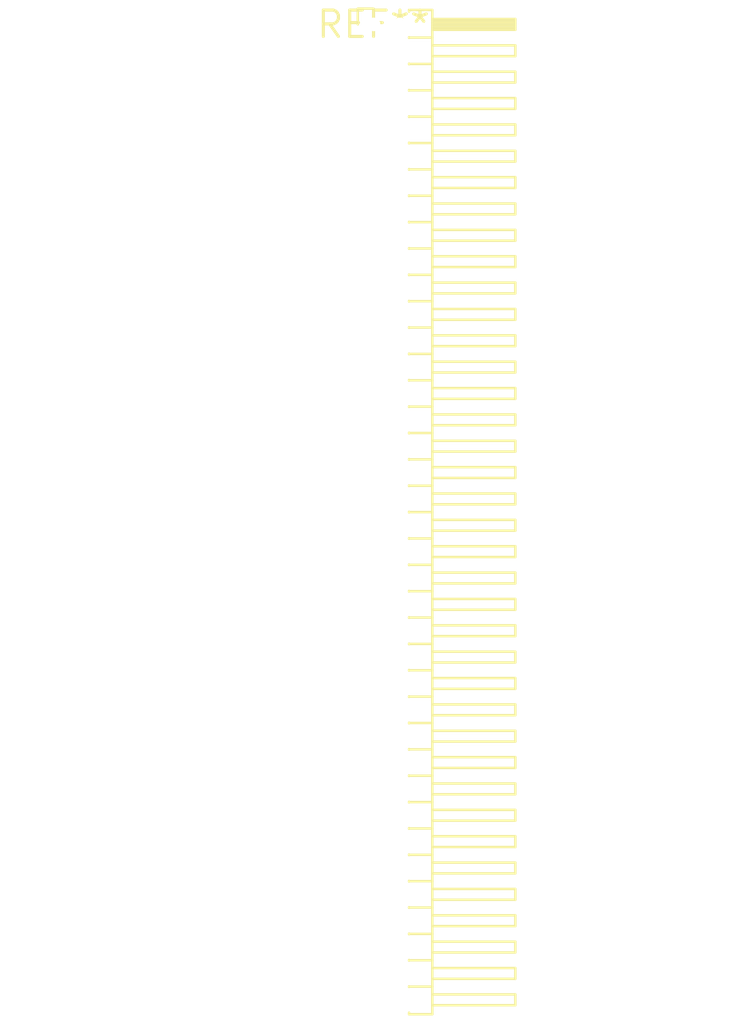
<source format=kicad_pcb>
(kicad_pcb (version 20240108) (generator pcbnew)
  (layers (0 "F.Cu" signal) (31 "B.Cu" signal) (34 "B.Paste" user) (35 "F.Paste" user) (36 "B.SilkS" user "B.Silkscreen") (37 "F.SilkS" user "F.Silkscreen") (38 "B.Mask" user) (39 "F.Mask" user) (44 "Edge.Cuts" user))
  (net 0 "")
  (footprint "PinHeader_2x38_P1.27mm_Horizontal" (layer "F.Cu") (at 0 0)
    (property "Reference" "REF**")
    (property "Value" "PinHeader_2x38_P1.27mm_Horizontal")
    (fp_line (start -0.76 -0.76) (end 0 -0.76) (layer "F.SilkS") (stroke (width 0.12)))
    (fp_line (start -0.76 0) (end -0.76 -0.76) (layer "F.SilkS") (stroke (width 0.12)))
    (fp_line (start 1.71 -0.695) (end 2.83 -0.695) (layer "F.SilkS") (stroke (width 0.12)))
    (fp_line (start 1.71 -0.619677) (end 1.71 -0.695) (layer "F.SilkS") (stroke (width 0.12)))
    (fp_line (start 1.71 0.619677) (end 1.71 0.650323) (layer "F.SilkS") (stroke (width 0.12)))
    (fp_line (start 1.71 0.635) (end 2.83 0.635) (layer "F.SilkS") (stroke (width 0.12)))
    (fp_line (start 1.71 1.889677) (end 1.71 1.920323) (layer "F.SilkS") (stroke (width 0.12)))
    (fp_line (start 1.71 1.905) (end 2.83 1.905) (layer "F.SilkS") (stroke (width 0.12)))
    (fp_line (start 1.71 3.159677) (end 1.71 3.190323) (layer "F.SilkS") (stroke (width 0.12)))
    (fp_line (start 1.71 3.175) (end 2.83 3.175) (layer "F.SilkS") (stroke (width 0.12)))
    (fp_line (start 1.71 4.429677) (end 1.71 4.460323) (layer "F.SilkS") (stroke (width 0.12)))
    (fp_line (start 1.71 4.445) (end 2.83 4.445) (layer "F.SilkS") (stroke (width 0.12)))
    (fp_line (start 1.71 5.699677) (end 1.71 5.730323) (layer "F.SilkS") (stroke (width 0.12)))
    (fp_line (start 1.71 5.715) (end 2.83 5.715) (layer "F.SilkS") (stroke (width 0.12)))
    (fp_line (start 1.71 6.969677) (end 1.71 7.000323) (layer "F.SilkS") (stroke (width 0.12)))
    (fp_line (start 1.71 6.985) (end 2.83 6.985) (layer "F.SilkS") (stroke (width 0.12)))
    (fp_line (start 1.71 8.239677) (end 1.71 8.270323) (layer "F.SilkS") (stroke (width 0.12)))
    (fp_line (start 1.71 8.255) (end 2.83 8.255) (layer "F.SilkS") (stroke (width 0.12)))
    (fp_line (start 1.71 9.509677) (end 1.71 9.540323) (layer "F.SilkS") (stroke (width 0.12)))
    (fp_line (start 1.71 9.525) (end 2.83 9.525) (layer "F.SilkS") (stroke (width 0.12)))
    (fp_line (start 1.71 10.779677) (end 1.71 10.810323) (layer "F.SilkS") (stroke (width 0.12)))
    (fp_line (start 1.71 10.795) (end 2.83 10.795) (layer "F.SilkS") (stroke (width 0.12)))
    (fp_line (start 1.71 12.049677) (end 1.71 12.080323) (layer "F.SilkS") (stroke (width 0.12)))
    (fp_line (start 1.71 12.065) (end 2.83 12.065) (layer "F.SilkS") (stroke (width 0.12)))
    (fp_line (start 1.71 13.319677) (end 1.71 13.350323) (layer "F.SilkS") (stroke (width 0.12)))
    (fp_line (start 1.71 13.335) (end 2.83 13.335) (layer "F.SilkS") (stroke (width 0.12)))
    (fp_line (start 1.71 14.589677) (end 1.71 14.620323) (layer "F.SilkS") (stroke (width 0.12)))
    (fp_line (start 1.71 14.605) (end 2.83 14.605) (layer "F.SilkS") (stroke (width 0.12)))
    (fp_line (start 1.71 15.859677) (end 1.71 15.890323) (layer "F.SilkS") (stroke (width 0.12)))
    (fp_line (start 1.71 15.875) (end 2.83 15.875) (layer "F.SilkS") (stroke (width 0.12)))
    (fp_line (start 1.71 17.129677) (end 1.71 17.160323) (layer "F.SilkS") (stroke (width 0.12)))
    (fp_line (start 1.71 17.145) (end 2.83 17.145) (layer "F.SilkS") (stroke (width 0.12)))
    (fp_line (start 1.71 18.399677) (end 1.71 18.430323) (layer "F.SilkS") (stroke (width 0.12)))
    (fp_line (start 1.71 18.415) (end 2.83 18.415) (layer "F.SilkS") (stroke (width 0.12)))
    (fp_line (start 1.71 19.669677) (end 1.71 19.700323) (layer "F.SilkS") (stroke (width 0.12)))
    (fp_line (start 1.71 19.685) (end 2.83 19.685) (layer "F.SilkS") (stroke (width 0.12)))
    (fp_line (start 1.71 20.939677) (end 1.71 20.970323) (layer "F.SilkS") (stroke (width 0.12)))
    (fp_line (start 1.71 20.955) (end 2.83 20.955) (layer "F.SilkS") (stroke (width 0.12)))
    (fp_line (start 1.71 22.209677) (end 1.71 22.240323) (layer "F.SilkS") (stroke (width 0.12)))
    (fp_line (start 1.71 22.225) (end 2.83 22.225) (layer "F.SilkS") (stroke (width 0.12)))
    (fp_line (start 1.71 23.479677) (end 1.71 23.510323) (layer "F.SilkS") (stroke (width 0.12)))
    (fp_line (start 1.71 23.495) (end 2.83 23.495) (layer "F.SilkS") (stroke (width 0.12)))
    (fp_line (start 1.71 24.749677) (end 1.71 24.780323) (layer "F.SilkS") (stroke (width 0.12)))
    (fp_line (start 1.71 24.765) (end 2.83 24.765) (layer "F.SilkS") (stroke (width 0.12)))
    (fp_line (start 1.71 26.019677) (end 1.71 26.050323) (layer "F.SilkS") (stroke (width 0.12)))
    (fp_line (start 1.71 26.035) (end 2.83 26.035) (layer "F.SilkS") (stroke (width 0.12)))
    (fp_line (start 1.71 27.289677) (end 1.71 27.320323) (layer "F.SilkS") (stroke (width 0.12)))
    (fp_line (start 1.71 27.305) (end 2.83 27.305) (layer "F.SilkS") (stroke (width 0.12)))
    (fp_line (start 1.71 28.559677) (end 1.71 28.590323) (layer "F.SilkS") (stroke (width 0.12)))
    (fp_line (start 1.71 28.575) (end 2.83 28.575) (layer "F.SilkS") (stroke (width 0.12)))
    (fp_line (start 1.71 29.829677) (end 1.71 29.860323) (layer "F.SilkS") (stroke (width 0.12)))
    (fp_line (start 1.71 29.845) (end 2.83 29.845) (layer "F.SilkS") (stroke (width 0.12)))
    (fp_line (start 1.71 31.099677) (end 1.71 31.130323) (layer "F.SilkS") (stroke (width 0.12)))
    (fp_line (start 1.71 31.115) (end 2.83 31.115) (layer "F.SilkS") (stroke (width 0.12)))
    (fp_line (start 1.71 32.369677) (end 1.71 32.400323) (layer "F.SilkS") (stroke (width 0.12)))
    (fp_line (start 1.71 32.385) (end 2.83 32.385) (layer "F.SilkS") (stroke (width 0.12)))
    (fp_line (start 1.71 33.639677) (end 1.71 33.670323) (layer "F.SilkS") (stroke (width 0.12)))
    (fp_line (start 1.71 33.655) (end 2.83 33.655) (layer "F.SilkS") (stroke (width 0.12)))
    (fp_line (start 1.71 34.909677) (end 1.71 34.940323) (layer "F.SilkS") (stroke (width 0.12)))
    (fp_line (start 1.71 34.925) (end 2.83 34.925) (layer "F.SilkS") (stroke (width 0.12)))
    (fp_line (start 1.71 36.179677) (end 1.71 36.210323) (layer "F.SilkS") (stroke (width 0.12)))
    (fp_line (start 1.71 36.195) (end 2.83 36.195) (layer "F.SilkS") (stroke (width 0.12)))
    (fp_line (start 1.71 37.449677) (end 1.71 37.480323) (layer "F.SilkS") (stroke (width 0.12)))
    (fp_line (start 1.71 37.465) (end 2.83 37.465) (layer "F.SilkS") (stroke (width 0.12)))
    (fp_line (start 1.71 38.719677) (end 1.71 38.750323) (layer "F.SilkS") (stroke (width 0.12)))
    (fp_line (start 1.71 38.735) (end 2.83 38.735) (layer "F.SilkS") (stroke (width 0.12)))
    (fp_line (start 1.71 39.989677) (end 1.71 40.020323) (layer "F.SilkS") (stroke (width 0.12)))
    (fp_line (start 1.71 40.005) (end 2.83 40.005) (layer "F.SilkS") (stroke (width 0.12)))
    (fp_line (start 1.71 41.259677) (end 1.71 41.290323) (layer "F.SilkS") (stroke (width 0.12)))
    (fp_line (start 1.71 41.275) (end 2.83 41.275) (layer "F.SilkS") (stroke (width 0.12)))
    (fp_line (start 1.71 42.529677) (end 1.71 42.560323) (layer "F.SilkS") (stroke (width 0.12)))
    (fp_line (start 1.71 42.545) (end 2.83 42.545) (layer "F.SilkS") (stroke (width 0.12)))
    (fp_line (start 1.71 43.799677) (end 1.71 43.830323) (layer "F.SilkS") (stroke (width 0.12)))
    (fp_line (start 1.71 43.815) (end 2.83 43.815) (layer "F.SilkS") (stroke (width 0.12)))
    (fp_line (start 1.71 45.069677) (end 1.71 45.100323) (layer "F.SilkS") (stroke (width 0.12)))
    (fp_line (start 1.71 45.085) (end 2.83 45.085) (layer "F.SilkS") (stroke (width 0.12)))
    (fp_line (start 1.71 46.339677) (end 1.71 46.370323) (layer "F.SilkS") (stroke (width 0.12)))
    (fp_line (start 1.71 46.355) (end 2.83 46.355) (layer "F.SilkS") (stroke (width 0.12)))
    (fp_line (start 1.71 47.685) (end 1.71 47.609677) (layer "F.SilkS") (stroke (width 0.12)))
    (fp_line (start 2.83 -0.695) (end 2.83 47.685) (layer "F.SilkS") (stroke (width 0.12)))
    (fp_line (start 2.83 -0.26) (end 6.83 -0.26) (layer "F.SilkS") (stroke (width 0.12)))
    (fp_line (start 2.83 -0.2) (end 6.83 -0.2) (layer "F.SilkS") (stroke (width 0.12)))
    (fp_line (start 2.83 -0.08) (end 6.83 -0.08) (layer "F.SilkS") (stroke (width 0.12)))
    (fp_line (start 2.83 0.04) (end 6.83 0.04) (layer "F.SilkS") (stroke (width 0.12)))
    (fp_line (start 2.83 0.16) (end 6.83 0.16) (layer "F.SilkS") (stroke (width 0.12)))
    (fp_line (start 2.83 1.01) (end 6.83 1.01) (layer "F.SilkS") (stroke (width 0.12)))
    (fp_line (start 2.83 2.28) (end 6.83 2.28) (layer "F.SilkS") (stroke (width 0.12)))
    (fp_line (start 2.83 3.55) (end 6.83 3.55) (layer "F.SilkS") (stroke (width 0.12)))
    (fp_line (start 2.83 4.82) (end 6.83 4.82) (layer "F.SilkS") (stroke (width 0.12)))
    (fp_line (start 2.83 6.09) (end 6.83 6.09) (layer "F.SilkS") (stroke (width 0.12)))
    (fp_line (start 2.83 7.36) (end 6.83 7.36) (layer "F.SilkS") (stroke (width 0.12)))
    (fp_line (start 2.83 8.63) (end 6.83 8.63) (layer "F.SilkS") (stroke (width 0.12)))
    (fp_line (start 2.83 9.9) (end 6.83 9.9) (layer "F.SilkS") (stroke (width 0.12)))
    (fp_line (start 2.83 11.17) (end 6.83 11.17) (layer "F.SilkS") (stroke (width 0.12)))
    (fp_line (start 2.83 12.44) (end 6.83 12.44) (layer "F.SilkS") (stroke (width 0.12)))
    (fp_line (start 2.83 13.71) (end 6.83 13.71) (layer "F.SilkS") (stroke (width 0.12)))
    (fp_line (start 2.83 14.98) (end 6.83 14.98) (layer "F.SilkS") (stroke (width 0.12)))
    (fp_line (start 2.83 16.25) (end 6.83 16.25) (layer "F.SilkS") (stroke (width 0.12)))
    (fp_line (start 2.83 17.52) (end 6.83 17.52) (layer "F.SilkS") (stroke (width 0.12)))
    (fp_line (start 2.83 18.79) (end 6.83 18.79) (layer "F.SilkS") (stroke (width 0.12)))
    (fp_line (start 2.83 20.06) (end 6.83 20.06) (layer "F.SilkS") (stroke (width 0.12)))
    (fp_line (start 2.83 21.33) (end 6.83 21.33) (layer "F.SilkS") (stroke (width 0.12)))
    (fp_line (start 2.83 22.6) (end 6.83 22.6) (layer "F.SilkS") (stroke (width 0.12)))
    (fp_line (start 2.83 23.87) (end 6.83 23.87) (layer "F.SilkS") (stroke (width 0.12)))
    (fp_line (start 2.83 25.14) (end 6.83 25.14) (layer "F.SilkS") (stroke (width 0.12)))
    (fp_line (start 2.83 26.41) (end 6.83 26.41) (layer "F.SilkS") (stroke (width 0.12)))
    (fp_line (start 2.83 27.68) (end 6.83 27.68) (layer "F.SilkS") (stroke (width 0.12)))
    (fp_line (start 2.83 28.95) (end 6.83 28.95) (layer "F.SilkS") (stroke (width 0.12)))
    (fp_line (start 2.83 30.22) (end 6.83 30.22) (layer "F.SilkS") (stroke (width 0.12)))
    (fp_line (start 2.83 31.49) (end 6.83 31.49) (layer "F.SilkS") (stroke (width 0.12)))
    (fp_line (start 2.83 32.76) (end 6.83 32.76) (layer "F.SilkS") (stroke (width 0.12)))
    (fp_line (start 2.83 34.03) (end 6.83 34.03) (layer "F.SilkS") (stroke (width 0.12)))
    (fp_line (start 2.83 35.3) (end 6.83 35.3) (layer "F.SilkS") (stroke (width 0.12)))
    (fp_line (start 2.83 36.57) (end 6.83 36.57) (layer "F.SilkS") (stroke (width 0.12)))
    (fp_line (start 2.83 37.84) (end 6.83 37.84) (layer "F.SilkS") (stroke (width 0.12)))
    (fp_line (start 2.83 39.11) (end 6.83 39.11) (layer "F.SilkS") (stroke (width 0.12)))
    (fp_line (start 2.83 40.38) (end 6.83 40.38) (layer "F.SilkS") (stroke (width 0.12)))
    (fp_line (start 2.83 41.65) (end 6.83 41.65) (layer "F.SilkS") (stroke (width 0.12)))
    (fp_line (start 2.83 42.92) (end 6.83 42.92) (layer "F.SilkS") (stroke (width 0.12)))
    (fp_line (start 2.83 44.19) (end 6.83 44.19) (layer "F.SilkS") (stroke (width 0.12)))
    (fp_line (start 2.83 45.46) (end 6.83 45.46) (layer "F.SilkS") (stroke (width 0.12)))
    (fp_line (start 2.83 46.73) (end 6.83 46.73) (layer "F.SilkS") (stroke (width 0.12)))
    (fp_line (start 2.83 47.685) (end 1.71 47.685) (layer "F.SilkS") (stroke (width 0.12)))
    (fp_line (start 6.83 -0.26) (end 6.83 0.26) (layer "F.SilkS") (stroke (width 0.12)))
    (fp_line (start 6.83 0.26) (end 2.83 0.26) (layer "F.SilkS") (stroke (width 0.12)))
    (fp_line (start 6.83 1.01) (end 6.83 1.53) (layer "F.SilkS") (stroke (width 0.12)))
    (fp_line (start 6.83 1.53) (end 2.83 1.53) (layer "F.SilkS") (stroke (width 0.12)))
    (fp_line (start 6.83 2.28) (end 6.83 2.8) (layer "F.SilkS") (stroke (width 0.12)))
    (fp_line (start 6.83 2.8) (end 2.83 2.8) (layer "F.SilkS") (stroke (width 0.12)))
    (fp_line (start 6.83 3.55) (end 6.83 4.07) (layer "F.SilkS") (stroke (width 0.12)))
    (fp_line (start 6.83 4.07) (end 2.83 4.07) (layer "F.SilkS") (stroke (width 0.12)))
    (fp_line (start 6.83 4.82) (end 6.83 5.34) (layer "F.SilkS") (stroke (width 0.12)))
    (fp_line (start 6.83 5.34) (end 2.83 5.34) (layer "F.SilkS") (stroke (width 0.12)))
    (fp_line (start 6.83 6.09) (end 6.83 6.61) (layer "F.SilkS") (stroke (width 0.12)))
    (fp_line (start 6.83 6.61) (end 2.83 6.61) (layer "F.SilkS") (stroke (width 0.12)))
    (fp_line (start 6.83 7.36) (end 6.83 7.88) (layer "F.SilkS") (stroke (width 0.12)))
    (fp_line (start 6.83 7.88) (end 2.83 7.88) (layer "F.SilkS") (stroke (width 0.12)))
    (fp_line (start 6.83 8.63) (end 6.83 9.15) (layer "F.SilkS") (stroke (width 0.12)))
    (fp_line (start 6.83 9.15) (end 2.83 9.15) (layer "F.SilkS") (stroke (width 0.12)))
    (fp_line (start 6.83 9.9) (end 6.83 10.42) (layer "F.SilkS") (stroke (width 0.12)))
    (fp_line (start 6.83 10.42) (end 2.83 10.42) (layer "F.SilkS") (stroke (width 0.12)))
    (fp_line (start 6.83 11.17) (end 6.83 11.69) (layer "F.SilkS") (stroke (width 0.12)))
    (fp_line (start 6.83 11.69) (end 2.83 11.69) (layer "F.SilkS") (stroke (width 0.12)))
    (fp_line (start 6.83 12.44) (end 6.83 12.96) (layer "F.SilkS") (stroke (width 0.12)))
    (fp_line (start 6.83 12.96) (end 2.83 12.96) (layer "F.SilkS") (stroke (width 0.12)))
    (fp_line (start 6.83 13.71) (end 6.83 14.23) (layer "F.SilkS") (stroke (width 0.12)))
    (fp_line (start 6.83 14.23) (end 2.83 14.23) (layer "F.SilkS") (stroke (width 0.12)))
    (fp_line (start 6.83 14.98) (end 6.83 15.5) (layer "F.SilkS") (stroke (width 0.12)))
    (fp_line (start 6.83 15.5) (end 2.83 15.5) (layer "F.SilkS") (stroke (width 0.12)))
    (fp_line (start 6.83 16.25) (end 6.83 16.77) (layer "F.SilkS") (stroke (width 0.12)))
    (fp_line (start 6.83 16.77) (end 2.83 16.77) (layer "F.SilkS") (stroke (width 0.12)))
    (fp_line (start 6.83 17.52) (end 6.83 18.04) (layer "F.SilkS") (stroke (width 0.12)))
    (fp_line (start 6.83 18.04) (end 2.83 18.04) (layer "F.SilkS") (stroke (width 0.12)))
    (fp_line (start 6.83 18.79) (end 6.83 19.31) (layer "F.SilkS") (stroke (width 0.12)))
    (fp_line (start 6.83 19.31) (end 2.83 19.31) (layer "F.SilkS") (stroke (width 0.12)))
    (fp_line (start 6.83 20.06) (end 6.83 20.58) (layer "F.SilkS") (stroke (width 0.12)))
    (fp_line (start 6.83 20.58) (end 2.83 20.58) (layer "F.SilkS") (stroke (width 0.12)))
    (fp_line (start 6.83 21.33) (end 6.83 21.85) (layer "F.SilkS") (stroke (width 0.12)))
    (fp_line (start 6.83 21.85) (end 2.83 21.85) (layer "F.SilkS") (stroke (width 0.12)))
    (fp_line (start 6.83 22.6) (end 6.83 23.12) (layer "F.SilkS") (stroke (width 0.12)))
    (fp_line (start 6.83 23.12) (end 2.83 23.12) (layer "F.SilkS") (stroke (width 0.12)))
    (fp_line (start 6.83 23.87) (end 6.83 24.39) (layer "F.SilkS") (stroke (width 0.12)))
    (fp_line (start 6.83 24.39) (end 2.83 24.39) (layer "F.SilkS") (stroke (width 0.12)))
    (fp_line (start 6.83 25.14) (end 6.83 25.66) (layer "F.SilkS") (stroke (width 0.12)))
    (fp_line (start 6.83 25.66) (end 2.83 25.66) (layer "F.SilkS") (stroke (width 0.12)))
    (fp_line (start 6.83 26.41) (end 6.83 26.93) (layer "F.SilkS") (stroke (width 0.12)))
    (fp_line (start 6.83 26.93) (end 2.83 26.93) (layer "F.SilkS") (stroke (width 0.12)))
    (fp_line (start 6.83 27.68) (end 6.83 28.2) (layer "F.SilkS") (stroke (width 0.12)))
    (fp_line (start 6.83 28.2) (end 2.83 28.2) (layer "F.SilkS") (stroke (width 0.12)))
    (fp_line (start 6.83 28.95) (end 6.83 29.47) (layer "F.SilkS") (stroke (width 0.12)))
    (fp_line (start 6.83 29.47) (end 2.83 29.47) (layer "F.SilkS") (stroke (width 0.12)))
    (fp_line (start 6.83 30.22) (end 6.83 30.74) (layer "F.SilkS") (stroke (width 0.12)))
    (fp_line (start 6.83 30.74) (end 2.83 30.74) (layer "F.SilkS") (stroke (width 0.12)))
    (fp_line (start 6.83 31.49) (end 6.83 32.01) (layer "F.SilkS") (stroke (width 0.12)))
    (fp_line (start 6.83 32.01) (end 2.83 32.01) (layer "F.SilkS") (stroke (width 0.12)))
    (fp_line (start 6.83 32.76) (end 6.83 33.28) (layer "F.SilkS") (stroke (width 0.12)))
    (fp_line (start 6.83 33.28) (end 2.83 33.28) (layer "F.SilkS") (stroke (width 0.12)))
    (fp_line (start 6.83 34.03) (end 6.83 34.55) (layer "F.SilkS") (stroke (width 0.12)))
    (fp_line (start 6.83 34.55) (end 2.83 34.55) (layer "F.SilkS") (stroke (width 0.12)))
    (fp_line (start 6.83 35.3) (end 6.83 35.82) (layer "F.SilkS") (stroke (width 0.12)))
    (fp_line (start 6.83 35.82) (end 2.83 35.82) (layer "F.SilkS") (stroke (width 0.12)))
    (fp_line (start 6.83 36.57) (end 6.83 37.09) (layer "F.SilkS") (stroke (width 0.12)))
    (fp_line (start 6.83 37.09) (end 2.83 37.09) (layer "F.SilkS") (stroke (width 0.12)))
    (fp_line (start 6.83 37.84) (end 6.83 38.36) (layer "F.SilkS") (stroke (width 0.12)))
    (fp_line (start 6.83 38.36) (end 2.83 38.36) (layer "F.SilkS") (stroke (width 0.12)))
    (fp_line (start 6.83 39.11) (end 6.83 39.63) (layer "F.SilkS") (stroke (width 0.12)))
    (fp_line (start 6.83 39.63) (end 2.83 39.63) (layer "F.SilkS") (stroke (width 0.12)))
    (fp_line (start 6.83 40.38) (end 6.83 40.9) (layer "F.SilkS") (stroke (width 0.12)))
    (fp_line (start 6.83 40.9) (end 2.83 40.9) (layer "F.SilkS") (stroke (width 0.12)))
    (fp_line (start 6.83 41.65) (end 6.83 42.17) (layer "F.SilkS") (stroke (width 0.12)))
    (fp_line (start 6.83 42.17) (end 2.83 42.17) (layer "F.SilkS") (stroke (width 0.12)))
    (fp_line (start 6.83 42.92) (end 6.83 43.44) (layer "F.SilkS") (stroke (width 0.12)))
    (fp_line (start 6.83 43.44) (end 2.83 43.44) (layer "F.SilkS") (stroke (width 0.12)))
    (fp_line (start 6.83 44.19) (end 6.83 44.71) (layer "F.SilkS") (stroke (width 0.12)))
    (fp_line (start 6.83 44.71) (end 2.83 44.71) (layer "F.SilkS") (stroke (width 0.12)))
    (fp_line (start 6.83 45.46) (end 6.83 45.98) (layer "F.SilkS") (stroke (width 0.12)))
    (fp_line (start 6.83 45.98) (end 2.83 45.98) (layer "F.SilkS") (stroke (width 0.12)))
    (fp_line (start 6.83 46.73) (end 6.83 47.25) (layer "F.SilkS") (stroke (width 0.12)))
    (fp_line (start 6.83 47.25) (end 2.83 47.25) (layer "F.SilkS") (stroke (width 0.12)))
    (pad "1" thru_hole rect (at 0 0) (size 1 1) (drill 0.65) (layers *.Cu *.Mask) (remove_unused_layers))
    (pad "2" thru_hole oval (at 1.27 0) (size 1 1) (drill 0.65) (layers *.Cu *.Mask) (remove_unused_layers))
    (pad "3" thru_hole oval (at 0 1.27) (size 1 1) (drill 0.65) (layers *.Cu *.Mask) (remove_unused_layers))
    (pad "4" thru_hole oval (at 1.27 1.27) (size 1 1) (drill 0.65) (layers *.Cu *.Mask) (remove_unused_layers))
    (pad "5" thru_hole oval (at 0 2.54) (size 1 1) (drill 0.65) (layers *.Cu *.Mask) (remove_unused_layers))
    (pad "6" thru_hole oval (at 1.27 2.54) (size 1 1) (drill 0.65) (layers *.Cu *.Mask) (remove_unused_layers))
    (pad "7" thru_hole oval (at 0 3.81) (size 1 1) (drill 0.65) (layers *.Cu *.Mask) (remove_unused_layers))
    (pad "8" thru_hole oval (at 1.27 3.81) (size 1 1) (drill 0.65) (layers *.Cu *.Mask) (remove_unused_layers))
    (pad "9" thru_hole oval (at 0 5.08) (size 1 1) (drill 0.65) (layers *.Cu *.Mask) (remove_unused_layers))
    (pad "10" thru_hole oval (at 1.27 5.08) (size 1 1) (drill 0.65) (layers *.Cu *.Mask) (remove_unused_layers))
    (pad "11" thru_hole oval (at 0 6.35) (size 1 1) (drill 0.65) (layers *.Cu *.Mask) (remove_unused_layers))
    (pad "12" thru_hole oval (at 1.27 6.35) (size 1 1) (drill 0.65) (layers *.Cu *.Mask) (remove_unused_layers))
    (pad "13" thru_hole oval (at 0 7.62) (size 1 1) (drill 0.65) (layers *.Cu *.Mask) (remove_unused_layers))
    (pad "14" thru_hole oval (at 1.27 7.62) (size 1 1) (drill 0.65) (layers *.Cu *.Mask) (remove_unused_layers))
    (pad "15" thru_hole oval (at 0 8.89) (size 1 1) (drill 0.65) (layers *.Cu *.Mask) (remove_unused_layers))
    (pad "16" thru_hole oval (at 1.27 8.89) (size 1 1) (drill 0.65) (layers *.Cu *.Mask) (remove_unused_layers))
    (pad "17" thru_hole oval (at 0 10.16) (size 1 1) (drill 0.65) (layers *.Cu *.Mask) (remove_unused_layers))
    (pad "18" thru_hole oval (at 1.27 10.16) (size 1 1) (drill 0.65) (layers *.Cu *.Mask) (remove_unused_layers))
    (pad "19" thru_hole oval (at 0 11.43) (size 1 1) (drill 0.65) (layers *.Cu *.Mask) (remove_unused_layers))
    (pad "20" thru_hole oval (at 1.27 11.43) (size 1 1) (drill 0.65) (layers *.Cu *.Mask) (remove_unused_layers))
    (pad "21" thru_hole oval (at 0 12.7) (size 1 1) (drill 0.65) (layers *.Cu *.Mask) (remove_unused_layers))
    (pad "22" thru_hole oval (at 1.27 12.7) (size 1 1) (drill 0.65) (layers *.Cu *.Mask) (remove_unused_layers))
    (pad "23" thru_hole oval (at 0 13.97) (size 1 1) (drill 0.65) (layers *.Cu *.Mask) (remove_unused_layers))
    (pad "24" thru_hole oval (at 1.27 13.97) (size 1 1) (drill 0.65) (layers *.Cu *.Mask) (remove_unused_layers))
    (pad "25" thru_hole oval (at 0 15.24) (size 1 1) (drill 0.65) (layers *.Cu *.Mask) (remove_unused_layers))
    (pad "26" thru_hole oval (at 1.27 15.24) (size 1 1) (drill 0.65) (layers *.Cu *.Mask) (remove_unused_layers))
    (pad "27" thru_hole oval (at 0 16.51) (size 1 1) (drill 0.65) (layers *.Cu *.Mask) (remove_unused_layers))
    (pad "28" thru_hole oval (at 1.27 16.51) (size 1 1) (drill 0.65) (layers *.Cu *.Mask) (remove_unused_layers))
    (pad "29" thru_hole oval (at 0 17.78) (size 1 1) (drill 0.65) (layers *.Cu *.Mask) (remove_unused_layers))
    (pad "30" thru_hole oval (at 1.27 17.78) (size 1 1) (drill 0.65) (layers *.Cu *.Mask) (remove_unused_layers))
    (pad "31" thru_hole oval (at 0 19.05) (size 1 1) (drill 0.65) (layers *.Cu *.Mask) (remove_unused_layers))
    (pad "32" thru_hole oval (at 1.27 19.05) (size 1 1) (drill 0.65) (layers *.Cu *.Mask) (remove_unused_layers))
    (pad "33" thru_hole oval (at 0 20.32) (size 1 1) (drill 0.65) (layers *.Cu *.Mask) (remove_unused_layers))
    (pad "34" thru_hole oval (at 1.27 20.32) (size 1 1) (drill 0.65) (layers *.Cu *.Mask) (remove_unused_layers))
    (pad "35" thru_hole oval (at 0 21.59) (size 1 1) (drill 0.65) (layers *.Cu *.Mask) (remove_unused_layers))
    (pad "36" thru_hole oval (at 1.27 21.59) (size 1 1) (drill 0.65) (layers *.Cu *.Mask) (remove_unused_layers))
    (pad "37" thru_hole oval (at 0 22.86) (size 1 1) (drill 0.65) (layers *.Cu *.Mask) (remove_unused_layers))
    (pad "38" thru_hole oval (at 1.27 22.86) (size 1 1) (drill 0.65) (layers *.Cu *.Mask) (remove_unused_layers))
    (pad "39" thru_hole oval (at 0 24.13) (size 1 1) (drill 0.65) (layers *.Cu *.Mask) (remove_unused_layers))
    (pad "40" thru_hole oval (at 1.27 24.13) (size 1 1) (drill 0.65) (layers *.Cu *.Mask) (remove_unused_layers))
    (pad "41" thru_hole oval (at 0 25.4) (size 1 1) (drill 0.65) (layers *.Cu *.Mask) (remove_unused_layers))
    (pad "42" thru_hole oval (at 1.27 25.4) (size 1 1) (drill 0.65) (layers *.Cu *.Mask) (remove_unused_layers))
    (pad "43" thru_hole oval (at 0 26.67) (size 1 1) (drill 0.65) (layers *.Cu *.Mask) (remove_unused_layers))
    (pad "44" thru_hole oval (at 1.27 26.67) (size 1 1) (drill 0.65) (layers *.Cu *.Mask) (remove_unused_layers))
    (pad "45" thru_hole oval (at 0 27.94) (size 1 1) (drill 0.65) (layers *.Cu *.Mask) (remove_unused_layers))
    (pad "46" thru_hole oval (at 1.27 27.94) (size 1 1) (drill 0.65) (layers *.Cu *.Mask) (remove_unused_layers))
    (pad "47" thru_hole oval (at 0 29.21) (size 1 1) (drill 0.65) (layers *.Cu *.Mask) (remove_unused_layers))
    (pad "48" thru_hole oval (at 1.27 29.21) (size 1 1) (drill 0.65) (layers *.Cu *.Mask) (remove_unused_layers))
    (pad "49" thru_hole oval (at 0 30.48) (size 1 1) (drill 0.65) (layers *.Cu *.Mask) (remove_unused_layers))
    (pad "50" thru_hole oval (at 1.27 30.48) (size 1 1) (drill 0.65) (layers *.Cu *.Mask) (remove_unused_layers))
    (pad "51" thru_hole oval (at 0 31.75) (size 1 1) (drill 0.65) (layers *.Cu *.Mask) (remove_unused_layers))
    (pad "52" thru_hole oval (at 1.27 31.75) (size 1 1) (drill 0.65) (layers *.Cu *.Mask) (remove_unused_layers))
    (pad "53" thru_hole oval (at 0 33.02) (size 1 1) (drill 0.65) (layers *.Cu *.Mask) (remove_unused_layers))
    (pad "54" thru_hole oval (at 1.27 33.02) (size 1 1) (drill 0.65) (layers *.Cu *.Mask) (remove_unused_layers))
    (pad "55" thru_hole oval (at 0 34.29) (size 1 1) (drill 0.65) (layers *.Cu *.Mask) (remove_unused_layers))
    (pad "56" thru_hole oval (at 1.27 34.29) (size 1 1) (drill 0.65) (layers *.Cu *.Mask) (remove_unused_layers))
    (pad "57" thru_hole oval (at 0 35.56) (size 1 1) (drill 0.65) (layers *.Cu *.Mask) (remove_unused_layers))
    (pad "58" thru_hole oval (at 1.27 35.56) (size 1 1) (drill 0.65) (layers *.Cu *.Mask) (remove_unused_layers))
    (pad "59" thru_hole oval (at 0 36.83) (size 1 1) (drill 0.65) (layers *.Cu *.Mask) (remove_unused_layers))
    (pad "60" thru_hole oval (at 1.27 36.83) (size 1 1) (drill 0.65) (layers *.Cu *.Mask) (remove_unused_layers))
    (pad "61" thru_hole oval (at 0 38.1) (size 1 1) (drill 0.65) (layers *.Cu *.Mask) (remove_unused_layers))
    (pad "62" thru_hole oval (at 1.27 38.1) (size 1 1) (drill 0.65) (layers *.Cu *.Mask) (remove_unused_layers))
    (pad "63" thru_hole oval (at 0 39.37) (size 1 1) (drill 0.65) (layers *.Cu *.Mask) (remove_unused_layers))
    (pad "64" thru_hole oval (at 1.27 39.37) (size 1 1) (drill 0.65) (layers *.Cu *.Mask) (remove_unused_layers))
    (pad "65" thru_hole oval (at 0 40.64) (size 1 1) (drill 0.65) (layers *.Cu *.Mask) (remove_unused_layers))
    (pad "66" thru_hole oval (at 1.27 40.64) (size 1 1) (drill 0.65) (layers *.Cu *.Mask) (remove_unused_layers))
    (pad "67" thru_hole oval (at 0 41.91) (size 1 1) (drill 0.65) (layers *.Cu *.Mask) (remove_unused_layers))
    (pad "68" thru_hole oval (at 1.27 41.91) (size 1 1) (drill 0.65) (layers *.Cu *.Mask) (remove_unused_layers))
    (pad "69" thru_hole oval (at 0 43.18) (size 1 1) (drill 0.65) (layers *.Cu *.Mask) (remove_unused_layers))
    (pad "70" thru_hole oval (at 1.27 43.18) (size 1 1) (drill 0.65) (layers *.Cu *.Mask) (remove_unused_layers))
    (pad "71" thru_hole oval (at 0 44.45) (size 1 1) (drill 0.65) (layers *.Cu *.Mask) (remove_unused_layers))
    (pad "72" thru_hole oval (at 1.27 44.45) (size 1 1) (drill 0.65) (layers *.Cu *.Mask) (remove_unused_layers))
    (pad "73" thru_hole oval (at 0 45.72) (size 1 1) (drill 0.65) (layers *.Cu *.Mask) (remove_unused_layers))
    (pad "74" thru_hole oval (at 1.27 45.72) (size 1 1) (drill 0.65) (layers *.Cu *.Mask) (remove_unused_layers))
    (pad "75" thru_hole oval (at 0 46.99) (size 1 1) (drill 0.65) (layers *.Cu *.Mask) (remove_unused_layers))
    (pad "76" thru_hole oval (at 1.27 46.99) (size 1 1) (drill 0.65) (layers *.Cu *.Mask) (remove_unused_layers))
  )
)
</source>
